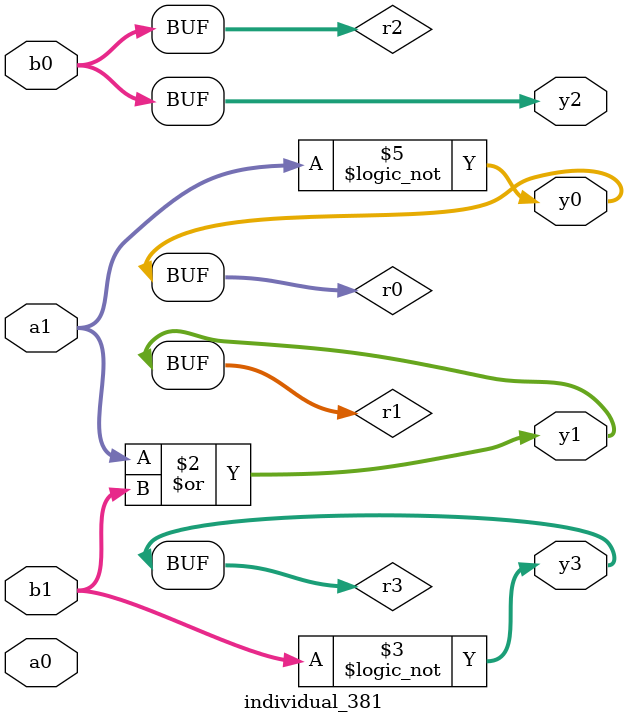
<source format=sv>
module individual_381(input logic [15:0] a1, input logic [15:0] a0, input logic [15:0] b1, input logic [15:0] b0, output logic [15:0] y3, output logic [15:0] y2, output logic [15:0] y1, output logic [15:0] y0);
logic [15:0] r0, r1, r2, r3; 
 always@(*) begin 
	 r0 = a0; r1 = a1; r2 = b0; r3 = b1; 
 	 r1  |=  r3 ;
 	 r3 = ! b1 ;
 	 r0  |=  a1 ;
 	 r0 = ! a1 ;
 	 y3 = r3; y2 = r2; y1 = r1; y0 = r0; 
end
endmodule
</source>
